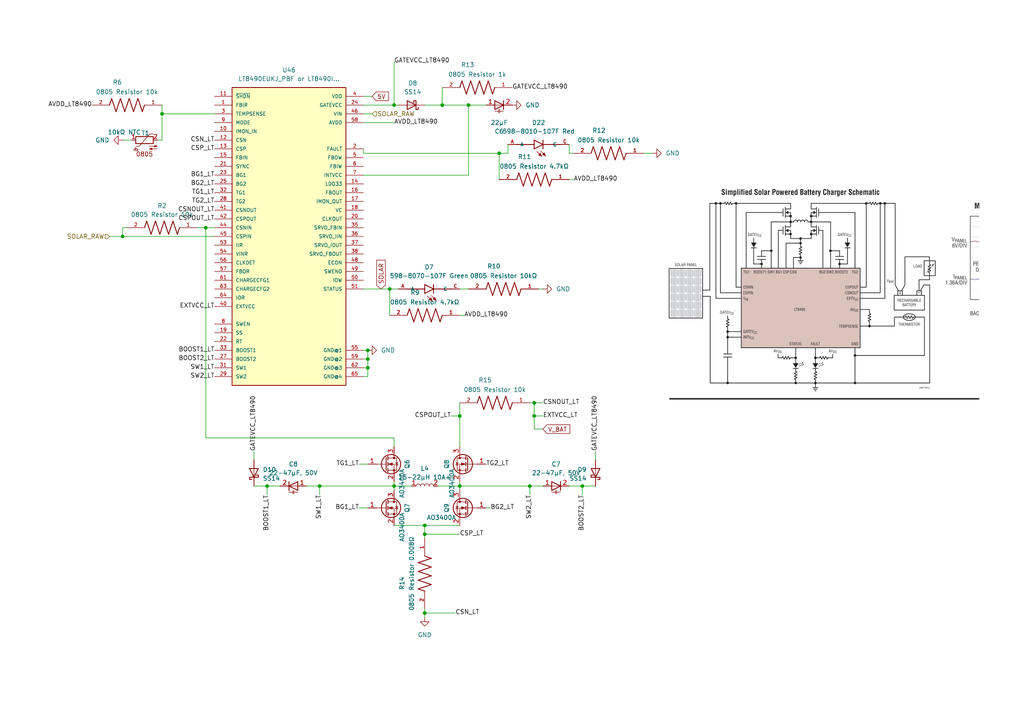
<source format=kicad_sch>
(kicad_sch (version 20250114) (generator "eeschema") (generator_version "9.0")
  (paper "A4")
  (title_block (title "SATELLITE EDGE Module - Rewo") (date "2025-08-03") (rev "1") (company "Duy Nam Schlitz"))
  (lib_symbols
    (symbol "0805 Inductor_2"
      (property "Reference" "L" (at 1.524 0 0))
      (symbol "0805 Inductor_2_0_1"
        (arc (start 0 2.54) (mid 0.6323 1.905) (end 0 1.27))
        (arc (start 0 1.27) (mid 0.6323 0.635) (end 0 0))
        (arc (start 0 0) (mid 0.6323 -0.635) (end 0 -1.27))
        (arc (start 0 -1.27) (mid 0.6323 -1.905) (end 0 -2.54))
      )
      (symbol "0805 Inductor_2_1_1"
        (pin passive line (at 0 3.81 270) (length 1.27) (name "") (number "1"))
        (pin passive line (at 0 -3.81 90) (length 1.27) (name "") (number "2"))
      )
    )
    (symbol "597-3326-607F:597-3326-607F" (pin_names (offset 1.016))
      (property "Reference" "D" (at -2.0351 4.0703 0))
      (property "Value" "597-3326-607F" (at -2.0337 -3.8132 0))
      (symbol "597-3326-607F_0_0"
        (polyline (pts (xy -5.08 0) (xy 0 0)) (stroke (width 0.254)))
        (polyline (pts (xy -0.762 3.302) (xy 0.127 2.921) (xy -0.381 2.413) (xy -0.762 3.302)) (stroke (width 0.1524)) (fill (type outline)))
        (polyline (pts (xy 0 0) (xy 0 1.27)) (stroke (width 0.254)))
        (polyline (pts (xy 0 0) (xy 2.54 1.27)) (stroke (width 0.254)))
        (polyline (pts (xy 0 -1.27) (xy 0 0)) (stroke (width 0.254)))
        (polyline (pts (xy 0.381 3.429) (xy 1.27 3.048) (xy 0.762 2.54) (xy 0.381 3.429)) (stroke (width 0.1524)) (fill (type outline)))
        (polyline (pts (xy 0.635 1.905) (xy -0.762 3.302)) (stroke (width 0.1524)))
        (polyline (pts (xy 1.778 2.032) (xy 0.381 3.429)) (stroke (width 0.1524)))
        (polyline (pts (xy 2.54 0) (xy 2.54 1.27)) (stroke (width 0.254)))
        (polyline (pts (xy 2.54 0) (xy 7.62 0)) (stroke (width 0.254)))
        (polyline (pts (xy 2.54 -1.27) (xy 0 0)) (stroke (width 0.254)))
        (polyline (pts (xy 2.54 -1.27) (xy 2.54 0)) (stroke (width 0.254)))
        (pin passive line (at -7.62 0 0) (length 2.54) (name "C") (number "C"))
        (pin passive line (at 10.16 0 180) (length 2.54) (name "A") (number "A"))
      )
    )
    (symbol "Diode:SS34" (pin_numbers (hide yes)) (pin_names (offset 1.016) (hide yes))
      (property "Reference" "D" (at 0 2.54 0))
      (property "Value" "SS34" (at 0 -2.54 0))
      (symbol "SS34_0_1"
        (polyline (pts (xy -1.905 0.635) (xy -1.905 1.27) (xy -1.27 1.27) (xy -1.27 -1.27) (xy -0.635 -1.27) (xy -0.635 -0.635)) (stroke (width 0.254)))
        (polyline (pts (xy 1.27 1.27) (xy 1.27 -1.27) (xy -1.27 0) (xy 1.27 1.27)) (stroke (width 0.254)))
        (polyline (pts (xy 1.27 0) (xy -1.27 0)))
      )
      (symbol "SS34_1_1"
        (pin passive line (at -3.81 0 0) (length 2.54) (name "K") (number "1"))
        (pin passive line (at 3.81 0 180) (length 2.54) (name "A") (number "2"))
      )
    )
    (symbol "LT8490EUKJ_PBF:LT8490EUKJ_PBF" (pin_names (offset 1.016))
      (property "Reference" "U" (at -15.2652 40.7072 0))
      (property "Value" "LT8490EUKJ_PBF" (at -15.2592 -48.3209 0))
      (symbol "LT8490EUKJ_PBF_0_0"
        (rectangle (start -15.24 -45.72) (end 17.78 40.64) (stroke (width 0.254)) (fill (type background)))
        (pin input line (at -20.32 38.1 0) (length 5.08) (name "~{SHDN}") (number "11"))
        (pin input line (at -20.32 35.56 0) (length 5.08) (name "FBIR") (number "1"))
        (pin input line (at -20.32 33.02 0) (length 5.08) (name "TEMPSENSE") (number "3"))
        (pin input line (at -20.32 30.48 0) (length 5.08) (name "MODE") (number "9"))
        (pin input line (at -20.32 27.94 0) (length 5.08) (name "IMON_IN") (number "10"))
        (pin input line (at -20.32 25.4 0) (length 5.08) (name "CSN") (number "12"))
        (pin input line (at -20.32 22.86 0) (length 5.08) (name "CSP") (number "13"))
        (pin input line (at -20.32 20.32 0) (length 5.08) (name "FBIN") (number "15"))
        (pin input line (at -20.32 17.78 0) (length 5.08) (name "SYNC") (number "21"))
        (pin input line (at -20.32 15.24 0) (length 5.08) (name "BG1") (number "23"))
        (pin input line (at -20.32 12.7 0) (length 5.08) (name "BG2") (number "25"))
        (pin input line (at -20.32 10.16 0) (length 5.08) (name "TG1") (number "32"))
        (pin input line (at -20.32 7.62 0) (length 5.08) (name "TG2") (number "28"))
        (pin input line (at -20.32 5.08 0) (length 5.08) (name "CSNOUT") (number "41"))
        (pin input line (at -20.32 2.54 0) (length 5.08) (name "CSPOUT") (number "42"))
        (pin input line (at -20.32 0 0) (length 5.08) (name "CSNIN") (number "44"))
        (pin input line (at -20.32 -2.54 0) (length 5.08) (name "CSPIN") (number "45"))
        (pin input line (at -20.32 -5.08 0) (length 5.08) (name "IIR") (number "53"))
        (pin input line (at -20.32 -7.62 0) (length 5.08) (name "VINR") (number "54"))
        (pin input line (at -20.32 -10.16 0) (length 5.08) (name "CLKDET") (number "56"))
        (pin input line (at -20.32 -12.7 0) (length 5.08) (name "FBOR") (number "57"))
        (pin input line (at -20.32 -15.24 0) (length 5.08) (name "CHARGECFG1") (number "61"))
        (pin input line (at -20.32 -17.78 0) (length 5.08) (name "CHARGECFG2") (number "63"))
        (pin bidirectional line (at -20.32 -20.32 0) (length 5.08) (name "IOR") (number "64"))
        (pin bidirectional line (at -20.32 -22.86 0) (length 5.08) (name "EXTVCC") (number "40"))
        (pin passive line (at -20.32 -27.94 0) (length 5.08) (name "SWEN") (number "8"))
        (pin passive line (at -20.32 -30.48 0) (length 5.08) (name "SS") (number "19"))
        (pin passive line (at -20.32 -33.02 0) (length 5.08) (name "RT") (number "22"))
        (pin passive line (at -20.32 -35.56 0) (length 5.08) (name "BOOST1") (number "33"))
        (pin passive line (at -20.32 -38.1 0) (length 5.08) (name "BOOST2") (number "27"))
        (pin passive line (at -20.32 -40.64 0) (length 5.08) (name "SW1") (number "31"))
        (pin passive line (at -20.32 -43.18 0) (length 5.08) (name "SW2") (number "29"))
        (pin power_in line (at 22.86 38.1 180) (length 5.08) (name "VDD") (number "4"))
        (pin power_in line (at 22.86 35.56 180) (length 5.08) (name "GATEVCC") (number "24"))
        (pin power_in line (at 22.86 33.02 180) (length 5.08) (name "VIN") (number "46"))
        (pin power_in line (at 22.86 30.48 180) (length 5.08) (name "AVDD") (number "58"))
        (pin output line (at 22.86 22.86 180) (length 5.08) (name "FAULT") (number "2"))
        (pin output line (at 22.86 20.32 180) (length 5.08) (name "FBOW") (number "5"))
        (pin output line (at 22.86 17.78 180) (length 5.08) (name "FBIW") (number "6"))
        (pin output line (at 22.86 15.24 180) (length 5.08) (name "INTVCC") (number "7"))
        (pin output line (at 22.86 12.7 180) (length 5.08) (name "LDO33") (number "14"))
        (pin output line (at 22.86 10.16 180) (length 5.08) (name "FBOUT") (number "16"))
        (pin output line (at 22.86 7.62 180) (length 5.08) (name "IMON_OUT") (number "17"))
        (pin output line (at 22.86 5.08 180) (length 5.08) (name "VC") (number "18"))
        (pin output line (at 22.86 2.54 180) (length 5.08) (name "CLKOUT") (number "20"))
        (pin output line (at 22.86 0 180) (length 5.08) (name "SRVO_FBIN") (number "35"))
        (pin output line (at 22.86 -2.54 180) (length 5.08) (name "SRVO_IIN") (number "36"))
        (pin output line (at 22.86 -5.08 180) (length 5.08) (name "SRVO_IOUT") (number "37"))
        (pin output line (at 22.86 -7.62 180) (length 5.08) (name "SRVO_FBOUT") (number "38"))
        (pin output line (at 22.86 -10.16 180) (length 5.08) (name "ECON") (number "48"))
        (pin output line (at 22.86 -12.7 180) (length 5.08) (name "SWENO") (number "49"))
        (pin output line (at 22.86 -15.24 180) (length 5.08) (name "IOW") (number "50"))
        (pin output line (at 22.86 -17.78 180) (length 5.08) (name "STATUS") (number "51"))
        (pin power_in line (at 22.86 -35.56 180) (length 5.08) (name "GND@1") (number "55"))
        (pin power_in line (at 22.86 -38.1 180) (length 5.08) (name "GND@2") (number "59"))
        (pin power_in line (at 22.86 -40.64 180) (length 5.08) (name "GND@3") (number "62"))
        (pin power_in line (at 22.86 -43.18 180) (length 5.08) (name "GND@4") (number "65"))
      )
    )
    (symbol "Resistor:0603 Capacitor SMD"
      (property "Reference" "C" (at 0 2.032 0))
      (symbol "0603 Capacitor SMD_0_1"
        (polyline (pts (xy -1.27 1.27) (xy -1.27 -1.27)) (stroke (width 0.254)))
        (polyline (pts (xy -1.27 0) (xy 1.27 0)))
        (polyline (pts (xy -1.27 -1.778) (xy -0.1524 -1.778)))
        (polyline (pts (xy -0.1524 -1.27) (xy -0.1524 -2.286)))
        (polyline (pts (xy 0.1524 -1.27) (xy 0.1524 -2.286)))
        (polyline (pts (xy 0.1524 -1.778) (xy 1.27 -1.778)))
        (polyline (pts (xy 1.27 1.27) (xy 1.27 -1.27) (xy -1.27 0) (xy 1.27 1.27)) (stroke (width 0.254)))
      )
      (symbol "0603 Capacitor SMD_1_1"
        (pin passive line (at -3.81 0 0) (length 2.54) (name "") (number "2"))
        (pin passive line (at 3.81 0 180) (length 2.54) (name "") (number "1"))
      )
    )
    (symbol "Resistor:0805 Resistor" (pin_names (offset 1.016))
      (property "Reference" "R" (at -7.6244 2.5415 0))
      (property "Value" "0805 Resistor" (at -7.63 -5.0866 0))
      (symbol "0805 Resistor_0_0"
        (polyline (pts (xy -5.08 0) (xy -4.445 1.905)) (stroke (width 0.254)))
        (polyline (pts (xy -4.445 1.905) (xy -3.175 -1.905)) (stroke (width 0.254)))
        (polyline (pts (xy -3.175 -1.905) (xy -1.905 1.905)) (stroke (width 0.254)))
        (polyline (pts (xy -1.905 1.905) (xy -0.635 -1.905)) (stroke (width 0.254)))
        (polyline (pts (xy -0.635 -1.905) (xy 0.635 1.905)) (stroke (width 0.254)))
        (polyline (pts (xy 0.635 1.905) (xy 1.905 -1.905)) (stroke (width 0.254)))
        (polyline (pts (xy 1.905 -1.905) (xy 3.175 1.905)) (stroke (width 0.254)))
        (polyline (pts (xy 3.175 1.905) (xy 4.445 -1.905)) (stroke (width 0.254)))
        (polyline (pts (xy 4.445 -1.905) (xy 5.08 0)) (stroke (width 0.254)))
        (pin passive line (at -10.16 0 0) (length 5.08) (name "~") (number "1"))
        (pin passive line (at 10.16 0 180) (length 5.08) (name "~") (number "2"))
      )
    )
    (symbol "Resistor:0805_Thermistor"
      (property "Reference" "T" (at 2.032 0 0))
      (symbol "0805_Thermistor_0_1"
        (arc (start -3.175 2.413) (mid -3.0506 2.3165) (end -3.048 2.159))
        (arc (start -3.048 2.794) (mid -2.9736 2.9736) (end -2.794 3.048))
        (arc (start -2.794 3.048) (mid -2.6144 2.9736) (end -2.54 2.794))
        (arc (start -2.794 2.54) (mid -2.9736 2.6144) (end -3.048 2.794))
        (arc (start -2.794 1.905) (mid -2.9736 1.9794) (end -3.048 2.159))
        (arc (start -2.54 2.159) (mid -2.6144 1.9794) (end -2.794 1.905))
        (arc (start -2.159 2.794) (mid -2.434 2.5608) (end -2.794 2.54))
        (polyline (pts (xy -2.54 2.159) (xy -2.54 2.794)))
        (polyline (pts (xy -2.54 -3.683) (xy -2.54 -1.397) (xy -2.794 -2.159) (xy -2.286 -2.159) (xy -2.54 -1.397) (xy -2.54 -1.651)) (fill (type outline)))
        (polyline (pts (xy -1.778 2.54) (xy -1.778 1.524) (xy 1.778 -1.524) (xy 1.778 -2.54)))
        (polyline (pts (xy -1.778 -1.397) (xy -1.778 -3.683) (xy -2.032 -2.921) (xy -1.524 -2.921) (xy -1.778 -3.683) (xy -1.778 -3.429)) (fill (type outline)))
        (rectangle (start -1.016 2.54) (end 1.016 -2.54) (stroke (width 0.254)))
      )
      (symbol "0805_Thermistor_1_1"
        (text "0805\n" (at -4.064 0 900) (effects (font (size 1.27 1.27))))
        (pin passive line (at 0 3.81 270) (length 1.27) (name "~") (number "1"))
        (pin passive line (at 0 -3.81 90) (length 1.27) (name "~") (number "2"))
      )
    )
    (symbol "Transistor_FET:AO3400A" (pin_names (offset 0) (hide yes))
      (property "Reference" "Q" (at 5.08 1.905 0))
      (property "Value" "AO3400A" (at 5.08 0 0))
      (symbol "AO3400A_0_1"
        (polyline (pts (xy 0.254 1.905) (xy 0.254 -1.905)) (stroke (width 0.254)))
        (polyline (pts (xy 0.254 0) (xy -2.54 0)))
        (polyline (pts (xy 0.762 2.286) (xy 0.762 1.27)) (stroke (width 0.254)))
        (polyline (pts (xy 0.762 0.508) (xy 0.762 -0.508)) (stroke (width 0.254)))
        (polyline (pts (xy 0.762 -1.27) (xy 0.762 -2.286)) (stroke (width 0.254)))
        (polyline (pts (xy 0.762 -1.778) (xy 3.302 -1.778) (xy 3.302 1.778) (xy 0.762 1.778)))
        (polyline (pts (xy 1.016 0) (xy 2.032 0.381) (xy 2.032 -0.381) (xy 1.016 0)) (fill (type outline)))
        (circle (center 1.651 0) (radius 2.794) (stroke (width 0.254)))
        (polyline (pts (xy 2.54 2.54) (xy 2.54 1.778)))
        (circle (center 2.54 1.778) (radius 0.254) (fill (type outline)))
        (circle (center 2.54 -1.778) (radius 0.254) (fill (type outline)))
        (polyline (pts (xy 2.54 -2.54) (xy 2.54 0) (xy 0.762 0)))
        (polyline (pts (xy 2.921 0.381) (xy 3.683 0.381)))
        (polyline (pts (xy 3.302 0.381) (xy 2.921 -0.254) (xy 3.683 -0.254) (xy 3.302 0.381)))
      )
      (symbol "AO3400A_1_1"
        (pin input line (at -5.08 0 0) (length 2.54) (name "G") (number "1"))
        (pin passive line (at 2.54 5.08 270) (length 2.54) (name "D") (number "3"))
        (pin passive line (at 2.54 -5.08 90) (length 2.54) (name "S") (number "2"))
      )
    )
    (symbol "power:GND" (power) (pin_numbers (hide yes)) (pin_names (offset 0) (hide yes))
      (property "Value" "GND" (at 0 -3.81 0))
      (symbol "GND_0_1"
        (polyline (pts (xy 0 0) (xy 0 -1.27) (xy 1.27 -1.27) (xy 0 -2.54) (xy -1.27 -1.27) (xy 0 -1.27)))
      )
      (symbol "GND_1_1"
        (pin power_in line (at 0 0 270) (length 0) (name "~") (number "1"))
      )
    )
  )
  (junction (at 106.68 104.14))
  (junction (at 123.19 152.4))
  (junction (at 168.91 140.97))
  (junction (at 133.35 120.65))
  (junction (at 46.99 33.02))
  (junction (at 123.19 154.94))
  (junction (at 153.67 140.97))
  (junction (at 92.71 140.97))
  (junction (at 59.69 66.04))
  (junction (at 106.68 101.6))
  (junction (at 133.35 140.97))
  (junction (at 35.56 68.58))
  (junction (at 106.68 106.68))
  (junction (at 135.89 30.48))
  (junction (at 123.19 177.8))
  (junction (at 114.3 140.97))
  (junction (at 144.78 44.45))
  (junction (at 113.03 83.82))
  (junction (at 128.27 30.48))
  (junction (at 114.3 30.48))
  (junction (at 154.94 116.84))
  (junction (at 154.94 120.65))
  (junction (at 77.47 140.97))
  (wire (pts (xy 114.3 127) (xy 114.3 129.54)))
  (wire (pts (xy 35.56 68.58) (xy 62.23 68.58)))
  (wire (pts (xy 105.41 30.48) (xy 114.3 30.48)))
  (wire (pts (xy 144.78 44.45) (xy 144.78 52.07)))
  (wire (pts (xy 123.19 152.4) (xy 133.35 152.4)))
  (wire (pts (xy 154.94 124.46) (xy 154.94 120.65)))
  (wire (pts (xy 132.08 177.8) (xy 123.19 177.8)))
  (wire (pts (xy 114.3 30.48) (xy 115.57 30.48)))
  (wire (pts (xy 62.23 33.02) (xy 46.99 33.02)))
  (wire (pts (xy 105.41 44.45) (xy 105.41 43.18)))
  (wire (pts (xy 142.24 147.32) (xy 140.97 147.32)))
  (wire (pts (xy 168.91 143.51) (xy 168.91 140.97)))
  (wire (pts (xy 133.35 154.94) (xy 123.19 154.94)))
  (wire (pts (xy 59.69 66.04) (xy 62.23 66.04)))
  (wire (pts (xy 106.68 109.22) (xy 105.41 109.22)))
  (wire (pts (xy 114.3 140.97) (xy 114.3 139.7)))
  (wire (pts (xy 113.03 83.82) (xy 113.03 91.44)))
  (wire (pts (xy 114.3 152.4) (xy 123.19 152.4)))
  (wire (pts (xy 59.69 66.04) (xy 59.69 127)))
  (wire (pts (xy 105.41 50.8) (xy 135.89 50.8)))
  (wire (pts (xy 46.99 33.02) (xy 46.99 30.48)))
  (wire (pts (xy 114.3 35.56) (xy 105.41 35.56)))
  (wire (pts (xy 92.71 143.51) (xy 92.71 140.97)))
  (wire (pts (xy 154.94 120.65) (xy 154.94 116.84)))
  (wire (pts (xy 172.72 140.97) (xy 168.91 140.97)))
  (wire (pts (xy 73.66 130.81) (xy 73.66 133.35)))
  (wire (pts (xy 73.66 140.97) (xy 77.47 140.97)))
  (wire (pts (xy 157.48 120.65) (xy 154.94 120.65)))
  (wire (pts (xy 104.14 147.32) (xy 106.68 147.32)))
  (wire (pts (xy 147.32 44.45) (xy 144.78 44.45)))
  (wire (pts (xy 106.68 104.14) (xy 105.41 104.14)))
  (wire (pts (xy 106.68 104.14) (xy 106.68 106.68)))
  (wire (pts (xy 172.72 130.81) (xy 172.72 133.35)))
  (wire (pts (xy 59.69 127) (xy 114.3 127)))
  (wire (pts (xy 106.68 101.6) (xy 105.41 101.6)))
  (wire (pts (xy 133.35 120.65) (xy 133.35 129.54)))
  (wire (pts (xy 128.27 25.4) (xy 128.27 30.48)))
  (wire (pts (xy 114.3 142.24) (xy 114.3 140.97)))
  (wire (pts (xy 133.35 91.44) (xy 134.62 91.44)))
  (wire (pts (xy 45.72 40.64) (xy 46.99 40.64)))
  (wire (pts (xy 140.97 30.48) (xy 135.89 30.48)))
  (wire (pts (xy 114.3 17.78) (xy 114.3 30.48)))
  (wire (pts (xy 113.03 83.82) (xy 105.41 83.82)))
  (wire (pts (xy 31.75 68.58) (xy 35.56 68.58)))
  (wire (pts (xy 107.95 27.94) (xy 105.41 27.94)))
  (wire (pts (xy 35.56 66.04) (xy 35.56 68.58)))
  (wire (pts (xy 106.68 106.68) (xy 105.41 106.68)))
  (wire (pts (xy 157.48 140.97) (xy 153.67 140.97)))
  (wire (pts (xy 123.19 177.8) (xy 123.19 179.07)))
  (wire (pts (xy 123.19 176.53) (xy 123.19 177.8)))
  (wire (pts (xy 115.57 83.82) (xy 113.03 83.82)))
  (wire (pts (xy 154.94 116.84) (xy 153.67 116.84)))
  (wire (pts (xy 77.47 140.97) (xy 81.28 140.97)))
  (wire (pts (xy 165.1 44.45) (xy 166.37 44.45)))
  (wire (pts (xy 106.68 106.68) (xy 106.68 109.22)))
  (wire (pts (xy 156.21 83.82) (xy 157.48 83.82)))
  (wire (pts (xy 130.81 120.65) (xy 133.35 120.65)))
  (wire (pts (xy 127 140.97) (xy 133.35 140.97)))
  (wire (pts (xy 186.69 44.45) (xy 189.23 44.45)))
  (wire (pts (xy 147.32 41.91) (xy 147.32 44.45)))
  (wire (pts (xy 168.91 140.97) (xy 165.1 140.97)))
  (wire (pts (xy 57.15 66.04) (xy 59.69 66.04)))
  (wire (pts (xy 114.3 140.97) (xy 119.38 140.97)))
  (wire (pts (xy 133.35 142.24) (xy 133.35 140.97)))
  (wire (pts (xy 107.95 33.02) (xy 105.41 33.02)))
  (wire (pts (xy 157.48 116.84) (xy 154.94 116.84)))
  (wire (pts (xy 46.99 40.64) (xy 46.99 33.02)))
  (wire (pts (xy 123.19 30.48) (xy 128.27 30.48)))
  (wire (pts (xy 106.68 101.6) (xy 106.68 104.14)))
  (wire (pts (xy 135.89 50.8) (xy 135.89 30.48)))
  (wire (pts (xy 133.35 83.82) (xy 135.89 83.82)))
  (wire (pts (xy 92.71 140.97) (xy 114.3 140.97)))
  (wire (pts (xy 128.27 30.48) (xy 135.89 30.48)))
  (wire (pts (xy 77.47 143.51) (xy 77.47 140.97)))
  (wire (pts (xy 35.56 40.64) (xy 38.1 40.64)))
  (wire (pts (xy 88.9 140.97) (xy 92.71 140.97)))
  (wire (pts (xy 165.1 52.07) (xy 166.37 52.07)))
  (wire (pts (xy 165.1 41.91) (xy 165.1 44.45)))
  (wire (pts (xy 123.19 154.94) (xy 123.19 156.21)))
  (wire (pts (xy 105.41 44.45) (xy 144.78 44.45)))
  (wire (pts (xy 104.14 134.62) (xy 106.68 134.62)))
  (wire (pts (xy 157.48 124.46) (xy 154.94 124.46)))
  (wire (pts (xy 133.35 140.97) (xy 153.67 140.97)))
  (wire (pts (xy 36.83 66.04) (xy 35.56 66.04)))
  (wire (pts (xy 153.67 143.51) (xy 153.67 140.97)))
  (wire (pts (xy 133.35 116.84) (xy 133.35 120.65)))
  (wire (pts (xy 123.19 152.4) (xy 123.19 154.94)))
  (wire (pts (xy 133.35 139.7) (xy 133.35 140.97)))
  (image (at 234.95 85.09) (scale 0.141425))
  (label "AVDD_LT8490" (at 166.37 52.07 0) (property "Intersheetrefs" "${INTERSHEET_REFS}" (effects (hide yes))))
  (label "GATEVCC_LT8490" (at 73.66 130.81 90) (property "Intersheetrefs" "${INTERSHEET_REFS}" (effects (hide yes))))
  (label "CSPOUT_LT" (at 62.23 63.5 180) (property "Intersheetrefs" "${INTERSHEET_REFS}" (effects (hide yes))))
  (label "TG1_LT" (at 104.14 134.62 180) (property "Intersheetrefs" "${INTERSHEET_REFS}" (effects (hide yes))))
  (label "BOOST2_LT" (at 168.91 143.51 270) (property "Intersheetrefs" "${INTERSHEET_REFS}" (effects (hide yes))))
  (label "SW1_LT" (at 62.23 106.68 180) (property "Intersheetrefs" "${INTERSHEET_REFS}" (effects (hide yes))))
  (label "CSN_LT" (at 62.23 40.64 180) (property "Intersheetrefs" "${INTERSHEET_REFS}" (effects (hide yes))))
  (label "BG1_LT" (at 62.23 50.8 180) (property "Intersheetrefs" "${INTERSHEET_REFS}" (effects (hide yes))))
  (label "CSNOUT_LT" (at 62.23 60.96 180) (property "Intersheetrefs" "${INTERSHEET_REFS}" (effects (hide yes))))
  (label "BG1_LT" (at 104.14 147.32 180) (property "Intersheetrefs" "${INTERSHEET_REFS}" (effects (hide yes))))
  (label "SW2_LT" (at 153.67 143.51 270) (property "Intersheetrefs" "${INTERSHEET_REFS}" (effects (hide yes))))
  (label "CSP_LT" (at 62.23 43.18 180) (property "Intersheetrefs" "${INTERSHEET_REFS}" (effects (hide yes))))
  (label "BG2_LT" (at 62.23 53.34 180) (property "Intersheetrefs" "${INTERSHEET_REFS}" (effects (hide yes))))
  (label "CSP_LT" (at 133.35 154.94 0) (property "Intersheetrefs" "${INTERSHEET_REFS}" (effects (hide yes))))
  (label "BOOST1_LT" (at 77.47 143.51 270) (property "Intersheetrefs" "${INTERSHEET_REFS}" (effects (hide yes))))
  (label "GATEVCC_LT8490" (at 172.72 130.81 90) (property "Intersheetrefs" "${INTERSHEET_REFS}" (effects (hide yes))))
  (label "BOOST1_LT" (at 62.23 101.6 180) (property "Intersheetrefs" "${INTERSHEET_REFS}" (effects (hide yes))))
  (label "EXTVCC_LT" (at 62.23 88.9 180) (property "Intersheetrefs" "${INTERSHEET_REFS}" (effects (hide yes))))
  (label "CSPOUT_LT" (at 130.81 120.65 180) (property "Intersheetrefs" "${INTERSHEET_REFS}" (effects (hide yes))))
  (label "TG2_LT" (at 62.23 58.42 180) (property "Intersheetrefs" "${INTERSHEET_REFS}" (effects (hide yes))))
  (label "GATEVCC_LT8490" (at 114.3 17.78 0) (property "Intersheetrefs" "${INTERSHEET_REFS}" (effects (hide yes))))
  (label "CSNOUT_LT" (at 157.48 116.84 0) (property "Intersheetrefs" "${INTERSHEET_REFS}" (effects (hide yes))))
  (label "AVDD_LT8490" (at 26.67 30.48 180) (property "Intersheetrefs" "${INTERSHEET_REFS}" (effects (hide yes))))
  (label "AVDD_LT8490" (at 114.3 35.56 0) (property "Intersheetrefs" "${INTERSHEET_REFS}" (effects (hide yes))))
  (label "CSN_LT" (at 132.08 177.8 0) (property "Intersheetrefs" "${INTERSHEET_REFS}" (effects (hide yes))))
  (label "TG1_LT" (at 62.23 55.88 180) (property "Intersheetrefs" "${INTERSHEET_REFS}" (effects (hide yes))))
  (label "SW2_LT" (at 62.23 109.22 180) (property "Intersheetrefs" "${INTERSHEET_REFS}" (effects (hide yes))))
  (label "BOOST2_LT" (at 62.23 104.14 180) (property "Intersheetrefs" "${INTERSHEET_REFS}" (effects (hide yes))))
  (label "EXTVCC_LT" (at 157.48 120.65 0) (property "Intersheetrefs" "${INTERSHEET_REFS}" (effects (hide yes))))
  (label "AVDD_LT8490" (at 134.62 91.44 0) (property "Intersheetrefs" "${INTERSHEET_REFS}" (effects (hide yes))))
  (label "SW1_LT" (at 92.71 143.51 270) (property "Intersheetrefs" "${INTERSHEET_REFS}" (effects (hide yes))))
  (label "BG2_LT" (at 142.24 147.32 0) (property "Intersheetrefs" "${INTERSHEET_REFS}" (effects (hide yes))))
  (label "TG2_LT" (at 140.97 134.62 0) (property "Intersheetrefs" "${INTERSHEET_REFS}" (effects (hide yes))))
  (label "GATEVCC_LT8490" (at 148.59 25.4 0) (property "Intersheetrefs" "${INTERSHEET_REFS}" (effects (hide yes))))
  (global_label "5V" (shape input) (at 107.95 27.94 0) (property "Intersheetrefs" "${INTERSHEET_REFS}" (effects (hide yes))))
  (global_label "V_BAT" (shape input) (at 157.48 124.46 0) (property "Intersheetrefs" "${INTERSHEET_REFS}" (effects (hide yes))))
  (global_label "SOLAR" (shape input) (at 110.49 83.82 90) (property "Intersheetrefs" "${INTERSHEET_REFS}" (effects (hide yes))))
  (hierarchical_label "SOLAR_RAW" (shape input) (at 107.95 33.02 0))
  (hierarchical_label "SOLAR_RAW" (shape input) (at 31.75 68.58 180))
  (symbol (lib_id "Transistor_FET:AO3400A") (at 135.89 134.62 0) (mirror y) (unit 1)
    (property "Reference" "Q8" (at 129.54 134.62 90))
    (property "Value" "AO3400A" (at 131.064 140.208 90))
    (property "Footprint" "Package_TO_SOT_SMD:SOT-23" (effects (hide yes)))
    (property "Datasheet" "http://www.aosmd.com/pdfs/datasheet/AO3400A.pdf" (effects (hide yes)))
    (property "Description" "30V Vds, 5.7A Id, N-Channel MOSFET, SOT-23" (effects (hide yes)))
  )
  (symbol (lib_id "Diode:SS34") (at 172.72 137.16 270) (mirror x) (unit 1)
    (property "Reference" "D9" (at 170.18 136.2074 90) (effects (justify right)))
    (property "Value" "SS14" (at 170.18 138.7474 90) (effects (justify right)))
    (property "Footprint" "Diode_SMD:D_SMA" (effects (hide yes)))
    (property "Datasheet" "https://www.vishay.com/docs/88751/ss32.pdf" (effects (hide yes)))
    (property "Description" "40V 3A Schottky Diode, SMA" (effects (hide yes)))
  )
  (symbol (lib_id "Resistor:0603 Capacitor SMD") (at 85.09 140.97 0) (unit 1)
    (property "Reference" "C8" (at 85.09 134.62 0))
    (property "Value" "22-47 µF, 50V" (at 85.09 137.16 0))
    (property "Footprint" "Capacitor_SMD:C_0603_1608Metric" (effects (hide yes)))
  )
  (symbol (lib_id "power:GND") (at 189.23 44.45 90) (unit 1)
    (property "Reference" "#PWR052" (effects (hide yes)))
    (property "Value" "GND" (at 193.04 44.4499 90) (effects (justify right)))
    (property "Description" "Power symbol creates a global label with name \"GND\" , ground" (effects (hide yes)))
  )
  (symbol (lib_id "Transistor_FET:AO3400A") (at 135.89 147.32 0) (mirror y) (unit 1)
    (property "Reference" "Q9" (at 129.54 147.32 90))
    (property "Value" "AO3400A" (at 128.016 150.114 0))
    (property "Footprint" "Package_TO_SOT_SMD:SOT-23" (effects (hide yes)))
    (property "Datasheet" "http://www.aosmd.com/pdfs/datasheet/AO3400A.pdf" (effects (hide yes)))
    (property "Description" "30V Vds, 5.7A Id, N-Channel MOSFET, SOT-23" (effects (hide yes)))
  )
  (symbol (lib_id "Resistor:0603 Capacitor SMD") (at 161.29 140.97 0) (mirror y) (unit 1)
    (property "Reference" "C7" (at 161.29 134.62 0))
    (property "Value" "22-47 µF, 50V" (at 161.29 137.16 0))
    (property "Footprint" "Capacitor_SMD:C_0603_1608Metric" (effects (hide yes)))
  )
  (symbol (lib_id "597-3326-607F:597-3326-607F") (at 157.48 41.91 180) (unit 1)
    (property "Reference" "D22" (at 156.21 35.56 0))
    (property "Value" "598-8010-107F Red" (at 156.21 38.1 0))
    (property "Footprint" "597-3326-607F:LEDSC160X80X70L45N" (effects (hide yes)))
    (property "MF" "Dialight" (effects (hide yes)))
    (property "Description_1" "SMD LED 0603 INGAN GREEN | Dialight 597-3326-607F" (effects (hide yes)))
    (property "Package" "0603 Dialight" (effects (hide yes)))
    (property "Price" "None" (effects (hide yes)))
    (property "SnapEDA_Link" "https://www.snapeda.com/parts/597-3326-607F/Dialight/view-part/?ref=snap" (effects (hide yes)))
    (property "MP" "597-3326-607F" (effects (hide yes)))
    (property "Availability" "In Stock" (effects (hide yes)))
    (property "Check_prices" "https://www.snapeda.com/parts/597-3326-607F/Dialight/view-part/?ref=eda" (effects (hide yes)))
  )
  (symbol (lib_id "Resistor:0805 Resistor") (at 154.94 52.07 180) (unit 1)
    (property "Reference" "R11" (at 152.146 45.466 0))
    (property "Value" "0805 Resistor 4.7 kΩ" (at 154.94 48.26 0))
    (property "Footprint" "Resistor_SMD:R_0805_2012Metric" (effects (hide yes)))
    (property "MF" "Vishay" (effects (hide yes)))
    (property "Description_1" "2.7 Ohms ±1% 0.25W, 1/4W Chip Resistor 1206 (3216 Metric) Thick Film" (effects (hide yes)))
    (property "Package" "3015 Vishay" (effects (hide yes)))
    (property "Price" "None" (effects (hide yes)))
    (property "SnapEDA_Link" "https://www.snapeda.com/parts/CRCW12062R70FKEAC/Vishay/view-part/?ref=snap" (effects (hide yes)))
    (property "MP" "CRCW12062R70FKEAC" (effects (hide yes)))
    (property "Availability" "In Stock" (effects (hide yes)))
    (property "Check_prices" "https://www.snapeda.com/parts/CRCW12062R70FKEAC/Vishay/view-part/?ref=eda" (effects (hide yes)))
  )
  (symbol (lib_id "Resistor:0805 Resistor") (at 123.19 166.37 270) (unit 1)
    (property "Reference" "R14" (at 116.586 169.164 0))
    (property "Value" "0805 Resistor 0.008 Ω" (at 119.38 166.37 0))
    (property "Footprint" "Resistor_SMD:R_0805_2012Metric" (effects (hide yes)))
    (property "MF" "Vishay" (effects (hide yes)))
    (property "Description_1" "2.7 Ohms ±1% 0.25W, 1/4W Chip Resistor 1206 (3216 Metric) Thick Film" (effects (hide yes)))
    (property "Package" "3015 Vishay" (effects (hide yes)))
    (property "Price" "None" (effects (hide yes)))
    (property "SnapEDA_Link" "https://www.snapeda.com/parts/CRCW12062R70FKEAC/Vishay/view-part/?ref=snap" (effects (hide yes)))
    (property "MP" "CRCW12062R70FKEAC" (effects (hide yes)))
    (property "Availability" "In Stock" (effects (hide yes)))
    (property "Check_prices" "https://www.snapeda.com/parts/CRCW12062R70FKEAC/Vishay/view-part/?ref=eda" (effects (hide yes)))
  )
  (symbol (lib_id "Resistor:0603 Capacitor SMD") (at 144.78 30.48 0) (mirror y) (unit 1)
    (property "Reference" "C6" (at 144.78 38.1 0))
    (property "Value" "22 µF" (at 144.78 35.56 0))
    (property "Footprint" "Capacitor_SMD:C_0603_1608Metric" (effects (hide yes)))
  )
  (symbol (lib_id "Diode:SS34") (at 119.38 30.48 180) (unit 1)
    (property "Reference" "D8" (at 119.6975 24.13 0))
    (property "Value" "SS14" (at 119.6975 26.67 0))
    (property "Footprint" "Diode_SMD:D_SMA" (effects (hide yes)))
    (property "Datasheet" "https://www.vishay.com/docs/88751/ss32.pdf" (effects (hide yes)))
    (property "Description" "40V 3A Schottky Diode, SMA" (effects (hide yes)))
  )
  (symbol (lib_id "power:GND") (at 157.48 83.82 90) (unit 1)
    (property "Reference" "#PWR051" (effects (hide yes)))
    (property "Value" "GND" (at 161.29 83.8199 90) (effects (justify right)))
    (property "Description" "Power symbol creates a global label with name \"GND\" , ground" (effects (hide yes)))
  )
  (symbol (lib_id "power:GND") (at 148.59 30.48 90) (unit 1)
    (property "Reference" "#PWR053" (effects (hide yes)))
    (property "Value" "GND" (at 152.4 30.4799 90) (effects (justify right)))
    (property "Description" "Power symbol creates a global label with name \"GND\" , ground" (effects (hide yes)))
  )
  (symbol (lib_id "Resistor:0805 Resistor") (at 36.83 30.48 180) (unit 1)
    (property "Reference" "R6" (at 34.036 23.876 0))
    (property "Value" "0805 Resistor 10 k" (at 36.83 26.67 0))
    (property "Footprint" "Resistor_SMD:R_0805_2012Metric" (effects (hide yes)))
    (property "MF" "Vishay" (effects (hide yes)))
    (property "Description_1" "2.7 Ohms ±1% 0.25W, 1/4W Chip Resistor 1206 (3216 Metric) Thick Film" (effects (hide yes)))
    (property "Package" "3015 Vishay" (effects (hide yes)))
    (property "Price" "None" (effects (hide yes)))
    (property "SnapEDA_Link" "https://www.snapeda.com/parts/CRCW12062R70FKEAC/Vishay/view-part/?ref=snap" (effects (hide yes)))
    (property "MP" "CRCW12062R70FKEAC" (effects (hide yes)))
    (property "Availability" "In Stock" (effects (hide yes)))
    (property "Check_prices" "https://www.snapeda.com/parts/CRCW12062R70FKEAC/Vishay/view-part/?ref=eda" (effects (hide yes)))
  )
  (symbol (lib_id "Diode:SS34") (at 73.66 137.16 90) (unit 1)
    (property "Reference" "D10" (at 76.2 136.2074 90) (effects (justify right)))
    (property "Value" "SS14" (at 76.2 138.7474 90) (effects (justify right)))
    (property "Footprint" "Diode_SMD:D_SMA" (effects (hide yes)))
    (property "Datasheet" "https://www.vishay.com/docs/88751/ss32.pdf" (effects (hide yes)))
    (property "Description" "40V 3A Schottky Diode, SMA" (effects (hide yes)))
  )
  (symbol (lib_id "power:GND") (at 35.56 40.64 270) (unit 1)
    (property "Reference" "#PWR028" (effects (hide yes)))
    (property "Value" "GND" (at 31.75 40.6399 90) (effects (justify right)))
    (property "Description" "Power symbol creates a global label with name \"GND\" , ground" (effects (hide yes)))
  )
  (symbol (lib_id "Resistor:0805 Resistor") (at 123.19 91.44 180) (unit 1)
    (property "Reference" "R9" (at 120.396 84.836 0))
    (property "Value" "0805 Resistor 4.7 kΩ" (at 123.19 87.63 0))
    (property "Footprint" "Resistor_SMD:R_0805_2012Metric" (effects (hide yes)))
    (property "MF" "Vishay" (effects (hide yes)))
    (property "Description_1" "2.7 Ohms ±1% 0.25W, 1/4W Chip Resistor 1206 (3216 Metric) Thick Film" (effects (hide yes)))
    (property "Package" "3015 Vishay" (effects (hide yes)))
    (property "Price" "None" (effects (hide yes)))
    (property "SnapEDA_Link" "https://www.snapeda.com/parts/CRCW12062R70FKEAC/Vishay/view-part/?ref=snap" (effects (hide yes)))
    (property "MP" "CRCW12062R70FKEAC" (effects (hide yes)))
    (property "Availability" "In Stock" (effects (hide yes)))
    (property "Check_prices" "https://www.snapeda.com/parts/CRCW12062R70FKEAC/Vishay/view-part/?ref=eda" (effects (hide yes)))
  )
  (symbol (lib_id "power:GND") (at 123.19 179.07 0) (unit 1)
    (property "Reference" "#PWR054" (effects (hide yes)))
    (property "Value" "GND" (at 123.19 184.15 0))
    (property "Description" "Power symbol creates a global label with name \"GND\" , ground" (effects (hide yes)))
  )
  (symbol (lib_id "597-3326-607F:597-3326-607F") (at 125.73 83.82 180) (unit 1)
    (property "Reference" "D7" (at 124.46 77.47 0))
    (property "Value" "598-8070-107F Green" (at 124.46 80.01 0))
    (property "Footprint" "597-3326-607F:LEDSC160X80X70L45N" (effects (hide yes)))
    (property "MF" "Dialight" (effects (hide yes)))
    (property "Description_1" "SMD LED 0603 INGAN GREEN | Dialight 597-3326-607F" (effects (hide yes)))
    (property "Package" "0603 Dialight" (effects (hide yes)))
    (property "Price" "None" (effects (hide yes)))
    (property "SnapEDA_Link" "https://www.snapeda.com/parts/597-3326-607F/Dialight/view-part/?ref=snap" (effects (hide yes)))
    (property "MP" "597-3326-607F" (effects (hide yes)))
    (property "Availability" "In Stock" (effects (hide yes)))
    (property "Check_prices" "https://www.snapeda.com/parts/597-3326-607F/Dialight/view-part/?ref=eda" (effects (hide yes)))
  )
  (symbol (lib_id "Resistor:0805 Resistor") (at 176.53 44.45 180) (unit 1)
    (property "Reference" "R12" (at 173.736 37.846 0))
    (property "Value" "0805 Resistor 10k" (at 176.53 40.64 0))
    (property "Footprint" "Resistor_SMD:R_0805_2012Metric" (effects (hide yes)))
    (property "MF" "Vishay" (effects (hide yes)))
    (property "Description_1" "2.7 Ohms ±1% 0.25W, 1/4W Chip Resistor 1206 (3216 Metric) Thick Film" (effects (hide yes)))
    (property "Package" "3015 Vishay" (effects (hide yes)))
    (property "Price" "None" (effects (hide yes)))
    (property "SnapEDA_Link" "https://www.snapeda.com/parts/CRCW12062R70FKEAC/Vishay/view-part/?ref=snap" (effects (hide yes)))
    (property "MP" "CRCW12062R70FKEAC" (effects (hide yes)))
    (property "Availability" "In Stock" (effects (hide yes)))
    (property "Check_prices" "https://www.snapeda.com/parts/CRCW12062R70FKEAC/Vishay/view-part/?ref=eda" (effects (hide yes)))
  )
  (symbol (lib_id "LT8490EUKJ_PBF:LT8490EUKJ_PBF") (at 82.55 66.04 0) (unit 1)
    (property "Reference" "U46" (at 83.82 20.32 0))
    (property "Value" "LT8490EUKJ_PBF or LT8490I..." (at 83.82 22.86 0))
    (property "Footprint" "LT8490EUKJ_PBF:QFN50P700X1100X80-65N" (effects (hide yes)))
    (property "MANUFACTURER" "Linear Technology" (effects (hide yes)))
  )
  (symbol (lib_name "0805 Inductor_2") (lib_id "Resistor:0805 Inductor") (at 123.19 140.97 90) (unit 1)
    (property "Reference" "L4" (at 123.19 135.89 90))
    (property "Value" "15-22 µH 10A+" (at 123.19 138.43 90))
    (property "Footprint" "Inductor_SMD:L_0805_2012Metric" (effects (hide yes)))
  )
  (symbol (lib_id "Resistor:0805 Resistor") (at 138.43 25.4 180) (unit 1)
    (property "Reference" "R13" (at 135.636 18.796 0))
    (property "Value" "0805 Resistor 1k" (at 138.43 21.59 0))
    (property "Footprint" "Resistor_SMD:R_0805_2012Metric" (effects (hide yes)))
    (property "MF" "Vishay" (effects (hide yes)))
    (property "Description_1" "2.7 Ohms ±1% 0.25W, 1/4W Chip Resistor 1206 (3216 Metric) Thick Film" (effects (hide yes)))
    (property "Package" "3015 Vishay" (effects (hide yes)))
    (property "Price" "None" (effects (hide yes)))
    (property "SnapEDA_Link" "https://www.snapeda.com/parts/CRCW12062R70FKEAC/Vishay/view-part/?ref=snap" (effects (hide yes)))
    (property "MP" "CRCW12062R70FKEAC" (effects (hide yes)))
    (property "Availability" "In Stock" (effects (hide yes)))
    (property "Check_prices" "https://www.snapeda.com/parts/CRCW12062R70FKEAC/Vishay/view-part/?ref=eda" (effects (hide yes)))
  )
  (symbol (lib_id "Transistor_FET:AO3400A") (at 111.76 147.32 0) (unit 1)
    (property "Reference" "Q7" (at 118.11 147.32 90))
    (property "Value" "AO3400A" (at 116.586 152.908 90))
    (property "Footprint" "Package_TO_SOT_SMD:SOT-23" (effects (hide yes)))
    (property "Datasheet" "http://www.aosmd.com/pdfs/datasheet/AO3400A.pdf" (effects (hide yes)))
    (property "Description" "30V Vds, 5.7A Id, N-Channel MOSFET, SOT-23" (effects (hide yes)))
  )
  (symbol (lib_id "Resistor:0805 Resistor") (at 143.51 116.84 180) (unit 1)
    (property "Reference" "R15" (at 140.716 110.236 0))
    (property "Value" "0805 Resistor 10 k" (at 143.51 113.03 0))
    (property "Footprint" "Resistor_SMD:R_0805_2012Metric" (effects (hide yes)))
    (property "MF" "Vishay" (effects (hide yes)))
    (property "Description_1" "2.7 Ohms ±1% 0.25W, 1/4W Chip Resistor 1206 (3216 Metric) Thick Film" (effects (hide yes)))
    (property "Package" "3015 Vishay" (effects (hide yes)))
    (property "Price" "None" (effects (hide yes)))
    (property "SnapEDA_Link" "https://www.snapeda.com/parts/CRCW12062R70FKEAC/Vishay/view-part/?ref=snap" (effects (hide yes)))
    (property "MP" "CRCW12062R70FKEAC" (effects (hide yes)))
    (property "Availability" "In Stock" (effects (hide yes)))
    (property "Check_prices" "https://www.snapeda.com/parts/CRCW12062R70FKEAC/Vishay/view-part/?ref=eda" (effects (hide yes)))
  )
  (symbol (lib_id "Resistor:0805 Resistor") (at 46.99 66.04 180) (unit 1)
    (property "Reference" "R2" (at 46.99 59.69 0))
    (property "Value" "0805 Resistor 10 k" (at 46.99 62.23 0))
    (property "Footprint" "Resistor_SMD:R_0805_2012Metric" (effects (hide yes)))
    (property "MF" "Vishay" (effects (hide yes)))
    (property "Description_1" "2.7 Ohms ±1% 0.25W, 1/4W Chip Resistor 1206 (3216 Metric) Thick Film" (effects (hide yes)))
    (property "Package" "3015 Vishay" (effects (hide yes)))
    (property "Price" "None" (effects (hide yes)))
    (property "SnapEDA_Link" "https://www.snapeda.com/parts/CRCW12062R70FKEAC/Vishay/view-part/?ref=snap" (effects (hide yes)))
    (property "MP" "CRCW12062R70FKEAC" (effects (hide yes)))
    (property "Availability" "In Stock" (effects (hide yes)))
    (property "Check_prices" "https://www.snapeda.com/parts/CRCW12062R70FKEAC/Vishay/view-part/?ref=eda" (effects (hide yes)))
  )
  (symbol (lib_id "Resistor:0805_Thermistor") (at 41.91 40.64 90) (unit 1)
    (property "Reference" "T1" (at 42.164 38.608 90))
    (property "Value" "10 kΩ NTC" (at 36.068 38.354 90))
    (property "Footprint" "Capacitor_SMD:C_0805_2012Metric" (effects (hide yes)))
  )
  (symbol (lib_id "Resistor:0805 Resistor") (at 146.05 83.82 180) (unit 1)
    (property "Reference" "R10" (at 143.256 77.216 0))
    (property "Value" "0805 Resistor 10kΩ" (at 146.05 80.01 0))
    (property "Footprint" "Resistor_SMD:R_0805_2012Metric" (effects (hide yes)))
    (property "MF" "Vishay" (effects (hide yes)))
    (property "Description_1" "2.7 Ohms ±1% 0.25W, 1/4W Chip Resistor 1206 (3216 Metric) Thick Film" (effects (hide yes)))
    (property "Package" "3015 Vishay" (effects (hide yes)))
    (property "Price" "None" (effects (hide yes)))
    (property "SnapEDA_Link" "https://www.snapeda.com/parts/CRCW12062R70FKEAC/Vishay/view-part/?ref=snap" (effects (hide yes)))
    (property "MP" "CRCW12062R70FKEAC" (effects (hide yes)))
    (property "Availability" "In Stock" (effects (hide yes)))
    (property "Check_prices" "https://www.snapeda.com/parts/CRCW12062R70FKEAC/Vishay/view-part/?ref=eda" (effects (hide yes)))
  )
  (symbol (lib_id "power:GND") (at 106.68 101.6 90) (unit 1)
    (property "Reference" "#PWR027" (effects (hide yes)))
    (property "Value" "GND" (at 110.49 101.5999 90) (effects (justify right)))
    (property "Description" "Power symbol creates a global label with name \"GND\" , ground" (effects (hide yes)))
  )
  (symbol (lib_id "Transistor_FET:AO3400A") (at 111.76 134.62 0) (unit 1)
    (property "Reference" "Q6" (at 118.11 134.62 90))
    (property "Value" "AO3400A" (at 116.586 140.208 90))
    (property "Footprint" "Package_TO_SOT_SMD:SOT-23" (effects (hide yes)))
    (property "Datasheet" "http://www.aosmd.com/pdfs/datasheet/AO3400A.pdf" (effects (hide yes)))
    (property "Description" "30V Vds, 5.7A Id, N-Channel MOSFET, SOT-23" (effects (hide yes)))
  )
)
</source>
